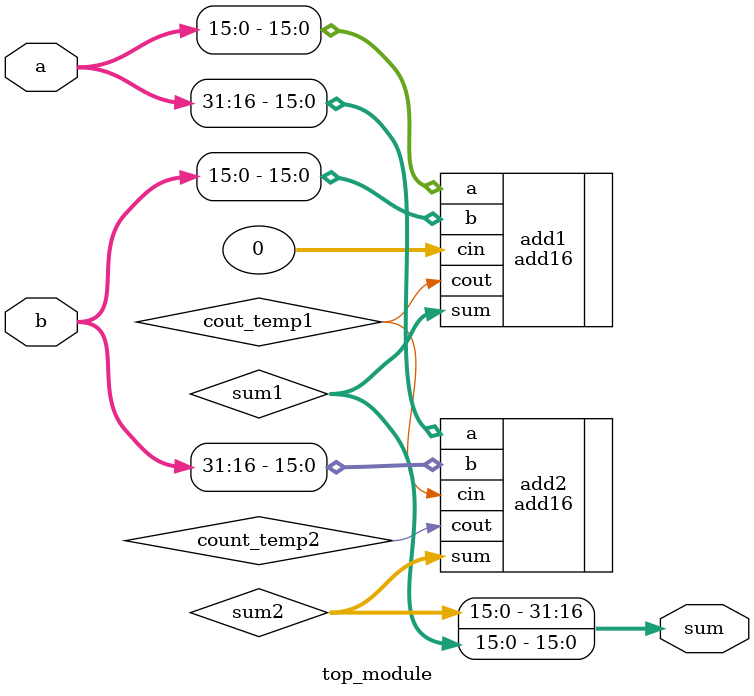
<source format=v>
module top_module(
    input [31:0] a,
    input [31:0] b,
    output [31:0] sum
);

    wire[15:0] sum1, sum2;
    wire cout_temp1, count_temp2;
    
    add16 add1(
        .a(a[15:0]),
        .b(b[15:0]),
        .cin(0),
        .sum(sum1),
        .cout(cout_temp1)
    );
    add16 add2(
        .a(a[31:16]),
        .b(b[31:16]), 
        .cin(cout_temp1),
        .sum(sum2),
        .cout(count_temp2)
    );

    assign sum={sum2, sum1};

endmodule
</source>
